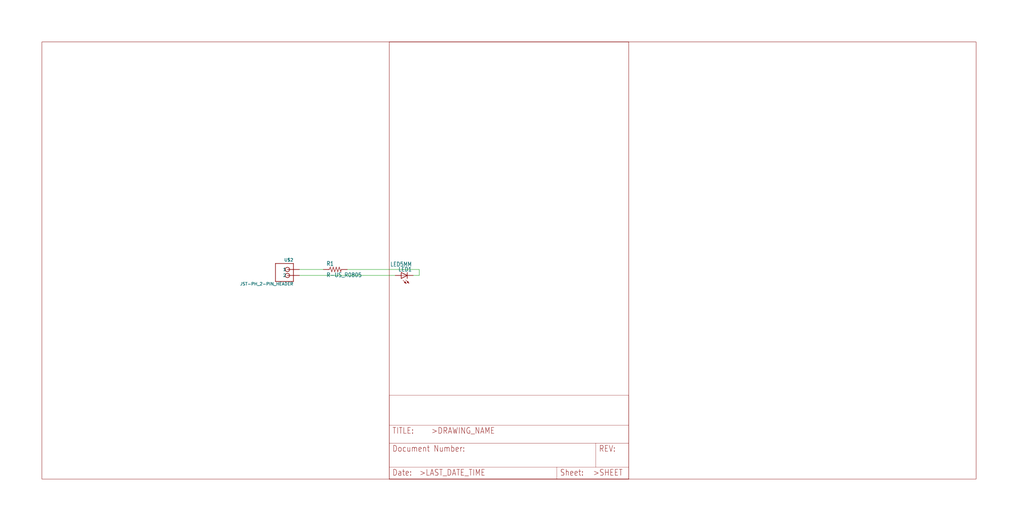
<source format=kicad_sch>
(kicad_sch (version 20211123) (generator eeschema)
  (paper "User" 434.34 223.571)
  (lib_symbols
    (symbol "weaver_led-eagle-import:JST-PH_2-PIN_HEADER"
      (property "Value" "JST-PH_2-PIN_HEADER" (at -5.08 -4.318 0))
      (symbol "JST-PH_2-PIN_HEADER_1_0"
        (circle (center -2.54 0) (radius 0.9158) (stroke (width 0.254)))
        (circle (center -2.54 2.54) (radius 0.9158) (stroke (width 0.254)))
        (polyline (pts (xy -5.08 -2.54) (xy -5.08 5.08)) (stroke (width 0.254)))
        (polyline (pts (xy -5.08 5.08) (xy 2.54 5.08)) (stroke (width 0.254)))
        (polyline (pts (xy 2.54 -2.54) (xy -5.08 -2.54)) (stroke (width 0.254)))
        (polyline (pts (xy 2.54 5.08) (xy 2.54 -2.54)) (stroke (width 0.254)))
        (pin bidirectional line (at -7.62 2.54 0) (length 5.08) (name "1") (number "P1"))
        (pin bidirectional line (at -7.62 0 0) (length 5.08) (name "2") (number "P2"))
      )
    )
    (symbol "weaver_led-eagle-import:LED5MM"
      (property "Reference" "LED" (at 3.556 -4.572 90))
      (property "Value" "LED5MM" (at 5.715 -4.572 90))
      (symbol "LED5MM_1_0"
        (polyline (pts (xy -2.032 -0.762) (xy -3.429 -2.159)) (stroke (width 0.1524)))
        (polyline (pts (xy -1.905 -1.905) (xy -3.302 -3.302)) (stroke (width 0.1524)))
        (polyline (pts (xy 0 -2.54) (xy -1.27 -2.54)) (stroke (width 0.254)))
        (polyline (pts (xy 0 -2.54) (xy -1.27 0)) (stroke (width 0.254)))
        (polyline (pts (xy 0 0) (xy -1.27 0)) (stroke (width 0.254)))
        (polyline (pts (xy 0 0) (xy 0 -2.54)) (stroke (width 0.1524)))
        (polyline (pts (xy 1.27 -2.54) (xy 0 -2.54)) (stroke (width 0.254)))
        (polyline (pts (xy 1.27 0) (xy 0 -2.54)) (stroke (width 0.254)))
        (polyline (pts (xy 1.27 0) (xy 0 0)) (stroke (width 0.254)))
        (polyline (pts (xy -3.429 -2.159) (xy -3.048 -1.27) (xy -2.54 -1.778)) (fill (type outline)))
        (polyline (pts (xy -3.302 -3.302) (xy -2.921 -2.413) (xy -2.413 -2.921)) (fill (type outline)))
        (pin passive line (at 0 2.54 270) (length 2.54) (name "A") (number "A"))
        (pin passive line (at 0 -5.08 90) (length 2.54) (name "C") (number "K"))
      )
    )
    (symbol "weaver_led-eagle-import:LETTER_L"
      (symbol "LETTER_L_0_0"
        (polyline (pts (xy 0 0) (xy 248.92 0) (xy 248.92 185.42) (xy 0 185.42) (xy 0 0)))
      )
      (symbol "LETTER_L_2_0"
        (polyline (pts (xy 0 0) (xy 0 5.08)) (stroke (width 0.1016)))
        (polyline (pts (xy 0 0) (xy 71.12 0)) (stroke (width 0.1016)))
        (polyline (pts (xy 0 5.08) (xy 0 15.24)) (stroke (width 0.1016)))
        (polyline (pts (xy 0 5.08) (xy 71.12 5.08)) (stroke (width 0.1016)))
        (polyline (pts (xy 0 15.24) (xy 0 22.86)) (stroke (width 0.1016)))
        (polyline (pts (xy 0 22.86) (xy 0 35.56)) (stroke (width 0.1016)))
        (polyline (pts (xy 0 22.86) (xy 101.6 22.86)) (stroke (width 0.1016)))
        (polyline (pts (xy 71.12 0) (xy 101.6 0)) (stroke (width 0.1016)))
        (polyline (pts (xy 71.12 5.08) (xy 71.12 0)) (stroke (width 0.1016)))
        (polyline (pts (xy 71.12 5.08) (xy 87.63 5.08)) (stroke (width 0.1016)))
        (polyline (pts (xy 87.63 5.08) (xy 101.6 5.08)) (stroke (width 0.1016)))
        (polyline (pts (xy 87.63 15.24) (xy 0 15.24)) (stroke (width 0.1016)))
        (polyline (pts (xy 87.63 15.24) (xy 87.63 5.08)) (stroke (width 0.1016)))
        (polyline (pts (xy 101.6 5.08) (xy 101.6 0)) (stroke (width 0.1016)))
        (polyline (pts (xy 101.6 15.24) (xy 87.63 15.24)) (stroke (width 0.1016)))
        (polyline (pts (xy 101.6 15.24) (xy 101.6 5.08)) (stroke (width 0.1016)))
        (polyline (pts (xy 101.6 22.86) (xy 101.6 15.24)) (stroke (width 0.1016)))
        (polyline (pts (xy 101.6 35.56) (xy 0 35.56)) (stroke (width 0.1016)))
        (polyline (pts (xy 101.6 35.56) (xy 101.6 22.86)) (stroke (width 0.1016)))
        (text ">DRAWING_NAME" (at 17.78 19.05 0) (effects (font (size 2.54 2.159)) (justify left bottom)))
        (text ">LAST_DATE_TIME" (at 12.7 1.27 0) (effects (font (size 2.54 2.159)) (justify left bottom)))
        (text ">SHEET" (at 86.36 1.27 0) (effects (font (size 2.54 2.159)) (justify left bottom)))
        (text "Date:" (at 1.27 1.27 0) (effects (font (size 2.54 2.159)) (justify left bottom)))
        (text "Document Number:" (at 1.27 11.43 0) (effects (font (size 2.54 2.159)) (justify left bottom)))
        (text "REV:" (at 88.9 11.43 0) (effects (font (size 2.54 2.159)) (justify left bottom)))
        (text "Sheet:" (at 72.39 1.27 0) (effects (font (size 2.54 2.159)) (justify left bottom)))
        (text "TITLE:" (at 1.27 19.05 0) (effects (font (size 2.54 2.159)) (justify left bottom)))
      )
    )
    (symbol "weaver_led-eagle-import:R-US_R0805"
      (property "Reference" "R" (at -3.81 1.4986 0))
      (property "Value" "R-US_R0805" (at -3.81 -3.302 0))
      (symbol "R-US_R0805_1_0"
        (polyline (pts (xy -2.54 0) (xy -2.159 1.016)) (stroke (width 0.2032)))
        (polyline (pts (xy -2.159 1.016) (xy -1.524 -1.016)) (stroke (width 0.2032)))
        (polyline (pts (xy -1.524 -1.016) (xy -0.889 1.016)) (stroke (width 0.2032)))
        (polyline (pts (xy -0.889 1.016) (xy -0.254 -1.016)) (stroke (width 0.2032)))
        (polyline (pts (xy -0.254 -1.016) (xy 0.381 1.016)) (stroke (width 0.2032)))
        (polyline (pts (xy 0.381 1.016) (xy 1.016 -1.016)) (stroke (width 0.2032)))
        (polyline (pts (xy 1.016 -1.016) (xy 1.651 1.016)) (stroke (width 0.2032)))
        (polyline (pts (xy 1.651 1.016) (xy 2.286 -1.016)) (stroke (width 0.2032)))
        (polyline (pts (xy 2.286 -1.016) (xy 2.54 0)) (stroke (width 0.2032)))
        (pin passive line (at -5.08 0 0) (length 2.54) (name "1") (number "1"))
        (pin passive line (at 5.08 0 180) (length 2.54) (name "2") (number "2"))
      )
    )
  )
  (wire (pts (xy 147.32 114.3) (xy 177.8 114.3)))
  (wire (pts (xy 177.8 116.84) (xy 175.26 116.84)))
  (wire (pts (xy 177.8 114.3) (xy 177.8 116.84)))
  (wire (pts (xy 127 116.84) (xy 167.64 116.84)))
  (wire (pts (xy 127 114.3) (xy 137.16 114.3)))
  (symbol (lib_id "weaver_led-eagle-import:LED5MM") (at 170.18 116.84 90) (unit 1)
    (property "Reference" "LED1" (at 174.752 113.284 90) (effects (font (size 1.778 1.5113)) (justify left bottom)))
    (property "Value" "LED5MM" (at 174.752 111.125 90) (effects (font (size 1.778 1.5113)) (justify left bottom)))
    (property "Footprint" "weaver_led:LED5MM" (effects hide))
  )
  (symbol (lib_id "weaver_led-eagle-import:R-US_R0805") (at 142.24 114.3 0) (unit 1)
    (property "Reference" "R1" (at 138.43 112.8014 0) (effects (font (size 1.778 1.5113)) (justify left bottom)))
    (property "Value" "R-US_R0805" (at 138.43 117.602 0) (effects (font (size 1.778 1.5113)) (justify left bottom)))
    (property "Footprint" "weaver_led:R0805" (effects hide))
  )
  (symbol (lib_id "weaver_led-eagle-import:LETTER_L") (at 165.1 203.2 0) (unit 2)
    (property "Reference" "#FRAME1" (effects hide))
    (property "Value" "LETTER_L" (effects hide))
    (property "Footprint" "weaver_led:" (effects hide))
  )
  (symbol (lib_id "weaver_led-eagle-import:JST-PH_2-PIN_HEADER") (at 119.38 116.84 0) (mirror y) (unit 1)
    (property "Reference" "U$2" (at 124.46 110.998 0) (effects (justify left bottom)))
    (property "Value" "JST-PH_2-PIN_HEADER" (at 124.46 121.158 0) (effects (justify left bottom)))
    (property "Footprint" "weaver_led:JST_B2B-PH_HEADER" (effects hide))
  )
  (symbol (lib_id "weaver_led-eagle-import:LETTER_L") (at 17.78 203.2 0) (unit 1)
    (property "Reference" "#FRAME1" (effects hide))
    (property "Value" "LETTER_L" (effects hide))
    (property "Footprint" "weaver_led:" (effects hide))
  )
)
</source>
